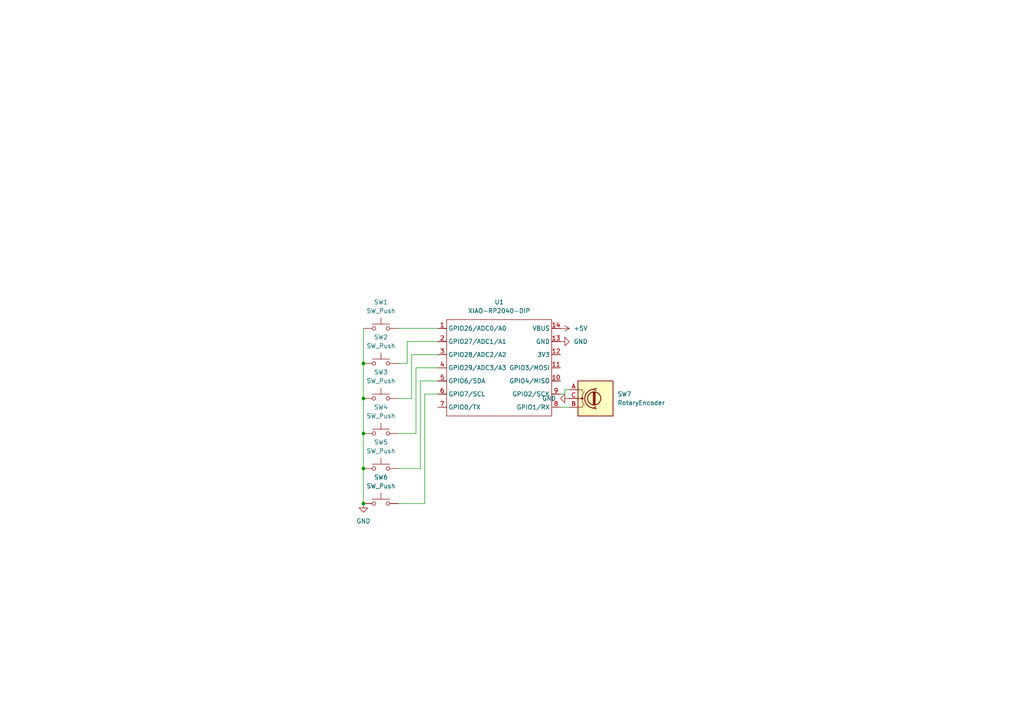
<source format=kicad_sch>
(kicad_sch (version 20250114) (generator "eeschema") (generator_version "9.0")
  (paper "A4")
  (lib_symbols
    (symbol "Device:RotaryEncoder" (pin_names (offset 0.254) (hide yes))
      (property "Reference" "SW" (at 0 6.604 0))
      (property "Value" "RotaryEncoder" (at 0 -6.604 0))
      (symbol "RotaryEncoder_0_1"
        (rectangle (start -5.08 5.08) (end 5.08 -5.08) (stroke (width 0.254)) (fill (type background)))
        (polyline (pts (xy -5.08 2.54) (xy -3.81 2.54) (xy -3.81 2.032)))
        (polyline (pts (xy -5.08 0) (xy -3.81 0) (xy -3.81 -1.016) (xy -3.302 -2.032)))
        (polyline (pts (xy -5.08 -2.54) (xy -3.81 -2.54) (xy -3.81 -2.032)))
        (polyline (pts (xy -4.318 0) (xy -3.81 0) (xy -3.81 1.016) (xy -3.302 2.032)))
        (circle (center -3.81 0) (radius 0.254) (fill (type outline)))
        (polyline (pts (xy -0.635 -1.778) (xy -0.635 1.778)) (stroke (width 0.254)))
        (circle (center -0.381 0) (radius 1.905) (stroke (width 0.254)))
        (polyline (pts (xy -0.381 -1.778) (xy -0.381 1.778)) (stroke (width 0.254)))
        (arc (start -0.381 -2.794) (mid -3.0988 -0.0635) (end -0.381 2.667) (stroke (width 0.254)))
        (polyline (pts (xy -0.127 1.778) (xy -0.127 -1.778)) (stroke (width 0.254)))
        (polyline (pts (xy 0.254 2.921) (xy -0.508 2.667) (xy 0.127 2.286)) (stroke (width 0.254)))
        (polyline (pts (xy 0.254 -3.048) (xy -0.508 -2.794) (xy 0.127 -2.413)) (stroke (width 0.254)))
      )
      (symbol "RotaryEncoder_1_1"
        (pin passive line (at -7.62 2.54 0) (length 2.54) (name "A") (number "A"))
        (pin passive line (at -7.62 0 0) (length 2.54) (name "C") (number "C"))
        (pin passive line (at -7.62 -2.54 0) (length 2.54) (name "B") (number "B"))
      )
    )
    (symbol "OPL:XIAO-RP2040-DIP"
      (property "Reference" "U" (at 0 0 0))
      (property "Value" "XIAO-RP2040-DIP" (at 5.334 -1.778 0))
      (symbol "XIAO-RP2040-DIP_1_0"
        (polyline (pts (xy -1.27 -2.54) (xy 29.21 -2.54)) (stroke (width 0.1524)))
        (polyline (pts (xy -1.27 -5.08) (xy -2.54 -5.08)) (stroke (width 0.1524)))
        (polyline (pts (xy -1.27 -5.08) (xy -1.27 -2.54)) (stroke (width 0.1524)))
        (polyline (pts (xy -1.27 -8.89) (xy -2.54 -8.89)) (stroke (width 0.1524)))
        (polyline (pts (xy -1.27 -8.89) (xy -1.27 -5.08)) (stroke (width 0.1524)))
        (polyline (pts (xy -1.27 -12.7) (xy -2.54 -12.7)) (stroke (width 0.1524)))
        (polyline (pts (xy -1.27 -12.7) (xy -1.27 -8.89)) (stroke (width 0.1524)))
        (polyline (pts (xy -1.27 -16.51) (xy -2.54 -16.51)) (stroke (width 0.1524)))
        (polyline (pts (xy -1.27 -16.51) (xy -1.27 -12.7)) (stroke (width 0.1524)))
        (polyline (pts (xy -1.27 -20.32) (xy -2.54 -20.32)) (stroke (width 0.1524)))
        (polyline (pts (xy -1.27 -24.13) (xy -2.54 -24.13)) (stroke (width 0.1524)))
        (polyline (pts (xy -1.27 -27.94) (xy -2.54 -27.94)) (stroke (width 0.1524)))
        (polyline (pts (xy -1.27 -30.48) (xy -1.27 -16.51)) (stroke (width 0.1524)))
        (polyline (pts (xy 29.21 -2.54) (xy 29.21 -5.08)) (stroke (width 0.1524)))
        (polyline (pts (xy 29.21 -5.08) (xy 29.21 -8.89)) (stroke (width 0.1524)))
        (polyline (pts (xy 29.21 -8.89) (xy 29.21 -12.7)) (stroke (width 0.1524)))
        (polyline (pts (xy 29.21 -12.7) (xy 29.21 -30.48)) (stroke (width 0.1524)))
        (polyline (pts (xy 29.21 -30.48) (xy -1.27 -30.48)) (stroke (width 0.1524)))
        (polyline (pts (xy 30.48 -5.08) (xy 29.21 -5.08)) (stroke (width 0.1524)))
        (polyline (pts (xy 30.48 -8.89) (xy 29.21 -8.89)) (stroke (width 0.1524)))
        (polyline (pts (xy 30.48 -12.7) (xy 29.21 -12.7)) (stroke (width 0.1524)))
        (polyline (pts (xy 30.48 -16.51) (xy 29.21 -16.51)) (stroke (width 0.1524)))
        (polyline (pts (xy 30.48 -20.32) (xy 29.21 -20.32)) (stroke (width 0.1524)))
        (polyline (pts (xy 30.48 -24.13) (xy 29.21 -24.13)) (stroke (width 0.1524)))
        (polyline (pts (xy 30.48 -27.94) (xy 29.21 -27.94)) (stroke (width 0.1524)))
        (pin passive line (at -3.81 -5.08 0) (length 2.54) (name "GPIO26/ADC0/A0") (number "1"))
        (pin passive line (at -3.81 -8.89 0) (length 2.54) (name "GPIO27/ADC1/A1") (number "2"))
        (pin passive line (at -3.81 -12.7 0) (length 2.54) (name "GPIO28/ADC2/A2") (number "3"))
        (pin passive line (at -3.81 -16.51 0) (length 2.54) (name "GPIO29/ADC3/A3") (number "4"))
        (pin passive line (at -3.81 -20.32 0) (length 2.54) (name "GPIO6/SDA") (number "5"))
        (pin passive line (at -3.81 -24.13 0) (length 2.54) (name "GPIO7/SCL") (number "6"))
        (pin passive line (at -3.81 -27.94 0) (length 2.54) (name "GPIO0/TX") (number "7"))
        (pin passive line (at 31.75 -5.08 180) (length 2.54) (name "VBUS") (number "14"))
        (pin passive line (at 31.75 -8.89 180) (length 2.54) (name "GND") (number "13"))
        (pin passive line (at 31.75 -12.7 180) (length 2.54) (name "3V3") (number "12"))
        (pin passive line (at 31.75 -16.51 180) (length 2.54) (name "GPIO3/MOSI") (number "11"))
        (pin passive line (at 31.75 -20.32 180) (length 2.54) (name "GPIO4/MISO") (number "10"))
        (pin passive line (at 31.75 -24.13 180) (length 2.54) (name "GPIO2/SCK") (number "9"))
        (pin passive line (at 31.75 -27.94 180) (length 2.54) (name "GPIO1/RX") (number "8"))
      )
    )
    (symbol "Switch:SW_Push" (pin_numbers (hide yes)) (pin_names (offset 1.016) (hide yes))
      (property "Reference" "SW" (at 1.27 2.54 0))
      (property "Value" "SW_Push" (at 0 -1.524 0))
      (symbol "SW_Push_0_1"
        (circle (center -2.032 0) (radius 0.508))
        (polyline (pts (xy 0 1.27) (xy 0 3.048)))
        (circle (center 2.032 0) (radius 0.508))
        (polyline (pts (xy 2.54 1.27) (xy -2.54 1.27)))
        (pin passive line (at -5.08 0 0) (length 2.54) (name "1") (number "1"))
        (pin passive line (at 5.08 0 180) (length 2.54) (name "2") (number "2"))
      )
    )
    (symbol "power:+5V" (power) (pin_numbers (hide yes)) (pin_names (offset 0) (hide yes))
      (property "Value" "+5V" (at 0 3.556 0))
      (symbol "+5V_0_1"
        (polyline (pts (xy -0.762 1.27) (xy 0 2.54)))
        (polyline (pts (xy 0 2.54) (xy 0.762 1.27)))
        (polyline (pts (xy 0 0) (xy 0 2.54)))
      )
      (symbol "+5V_1_1"
        (pin power_in line (at 0 0 90) (length 0) (name "~") (number "1"))
      )
    )
    (symbol "power:GND" (power) (pin_numbers (hide yes)) (pin_names (offset 0) (hide yes))
      (property "Value" "GND" (at 0 -3.81 0))
      (symbol "GND_0_1"
        (polyline (pts (xy 0 0) (xy 0 -1.27) (xy 1.27 -1.27) (xy 0 -2.54) (xy -1.27 -1.27) (xy 0 -1.27)))
      )
      (symbol "GND_1_1"
        (pin power_in line (at 0 0 270) (length 0) (name "~") (number "1"))
      )
    )
  )
  (junction (at 105.41 125.73))
  (junction (at 105.41 105.41))
  (junction (at 105.41 135.89))
  (junction (at 105.41 146.05))
  (junction (at 105.41 115.57))
  (wire (pts (xy 115.57 105.41) (xy 118.11 105.41)))
  (wire (pts (xy 115.57 115.57) (xy 119.38 115.57)))
  (wire (pts (xy 105.41 115.57) (xy 105.41 125.73)))
  (wire (pts (xy 105.41 135.89) (xy 105.41 146.05)))
  (wire (pts (xy 105.41 105.41) (xy 105.41 115.57)))
  (wire (pts (xy 115.57 95.25) (xy 127 95.25)))
  (wire (pts (xy 120.65 106.68) (xy 127 106.68)))
  (wire (pts (xy 162.56 118.11) (xy 165.1 118.11)))
  (wire (pts (xy 115.57 146.05) (xy 123.19 146.05)))
  (wire (pts (xy 119.38 102.87) (xy 127 102.87)))
  (wire (pts (xy 163.83 113.03) (xy 165.1 113.03)))
  (wire (pts (xy 105.41 95.25) (xy 105.41 105.41)))
  (wire (pts (xy 105.41 125.73) (xy 105.41 135.89)))
  (wire (pts (xy 118.11 99.06) (xy 127 99.06)))
  (wire (pts (xy 115.57 125.73) (xy 120.65 125.73)))
  (wire (pts (xy 119.38 115.57) (xy 119.38 102.87)))
  (wire (pts (xy 162.56 114.3) (xy 163.83 114.3)))
  (wire (pts (xy 121.92 135.89) (xy 121.92 110.49)))
  (wire (pts (xy 121.92 110.49) (xy 127 110.49)))
  (wire (pts (xy 123.19 146.05) (xy 123.19 114.3)))
  (wire (pts (xy 115.57 135.89) (xy 121.92 135.89)))
  (wire (pts (xy 123.19 114.3) (xy 127 114.3)))
  (wire (pts (xy 163.83 114.3) (xy 163.83 113.03)))
  (wire (pts (xy 118.11 105.41) (xy 118.11 99.06)))
  (wire (pts (xy 120.65 125.73) (xy 120.65 106.68)))
  (symbol (lib_id "Switch:SW_Push") (at 110.49 115.57 0) (unit 1)
    (property "Reference" "SW3" (at 110.49 107.95 0))
    (property "Value" "SW_Push" (at 110.49 110.49 0))
    (property "Footprint" "Button_Switch_Keyboard:SW_Cherry_MX_1.00u_PCB" (effects (hide yes)))
    (property "Description" "Push button switch, generic, two pins" (effects (hide yes)))
  )
  (symbol (lib_id "power:GND") (at 162.56 99.06 90) (unit 1)
    (property "Reference" "#PWR02" (effects (hide yes)))
    (property "Value" "GND" (at 166.37 99.0599 90) (effects (justify right)))
    (property "Description" "Power symbol creates a global label with name \"GND\" , ground" (effects (hide yes)))
  )
  (symbol (lib_id "Switch:SW_Push") (at 110.49 105.41 0) (unit 1)
    (property "Reference" "SW2" (at 110.49 97.79 0))
    (property "Value" "SW_Push" (at 110.49 100.33 0))
    (property "Footprint" "Button_Switch_Keyboard:SW_Cherry_MX_1.00u_PCB" (effects (hide yes)))
    (property "Description" "Push button switch, generic, two pins" (effects (hide yes)))
  )
  (symbol (lib_id "power:+5V") (at 162.56 95.25 270) (unit 1)
    (property "Reference" "#PWR03" (effects (hide yes)))
    (property "Value" "+5V" (at 166.37 95.2499 90) (effects (justify left)))
    (property "Description" "Power symbol creates a global label with name \"+5V\"" (effects (hide yes)))
  )
  (symbol (lib_id "Switch:SW_Push") (at 110.49 135.89 0) (unit 1)
    (property "Reference" "SW5" (at 110.49 128.27 0))
    (property "Value" "SW_Push" (at 110.49 130.81 0))
    (property "Footprint" "Button_Switch_Keyboard:SW_Cherry_MX_1.00u_PCB" (effects (hide yes)))
    (property "Description" "Push button switch, generic, two pins" (effects (hide yes)))
  )
  (symbol (lib_id "Device:RotaryEncoder") (at 172.72 115.57 0) (unit 1)
    (property "Reference" "SW7" (at 179.07 114.2999 0) (effects (justify left)))
    (property "Value" "RotaryEncoder" (at 179.07 116.8399 0) (effects (justify left)))
    (property "Footprint" "Rotary_Encoder:RotaryEncoder_Alps_EC11E-Switch_Vertical_H20mm_MountingHoles" (effects (hide yes)))
    (property "Description" "Rotary encoder, dual channel, incremental quadrate outputs" (effects (hide yes)))
  )
  (symbol (lib_id "Switch:SW_Push") (at 110.49 146.05 0) (unit 1)
    (property "Reference" "SW6" (at 110.49 138.43 0))
    (property "Value" "SW_Push" (at 110.49 140.97 0))
    (property "Footprint" "Button_Switch_Keyboard:SW_Cherry_MX_1.00u_PCB" (effects (hide yes)))
    (property "Description" "Push button switch, generic, two pins" (effects (hide yes)))
  )
  (symbol (lib_id "Switch:SW_Push") (at 110.49 125.73 0) (unit 1)
    (property "Reference" "SW4" (at 110.49 118.11 0))
    (property "Value" "SW_Push" (at 110.49 120.65 0))
    (property "Footprint" "Button_Switch_Keyboard:SW_Cherry_MX_1.00u_PCB" (effects (hide yes)))
    (property "Description" "Push button switch, generic, two pins" (effects (hide yes)))
  )
  (symbol (lib_id "Switch:SW_Push") (at 110.49 95.25 0) (unit 1)
    (property "Reference" "SW1" (at 110.49 87.63 0))
    (property "Value" "SW_Push" (at 110.49 90.17 0))
    (property "Footprint" "Button_Switch_Keyboard:SW_Cherry_MX_1.00u_PCB" (effects (hide yes)))
    (property "Description" "Push button switch, generic, two pins" (effects (hide yes)))
  )
  (symbol (lib_id "OPL:XIAO-RP2040-DIP") (at 130.81 90.17 0) (unit 1)
    (property "Reference" "U1" (at 144.78 87.63 0))
    (property "Value" "XIAO-RP2040-DIP" (at 144.78 90.17 0))
    (property "Footprint" "OPL:XIAO-RP2040-DIP" (effects (hide yes)))
  )
  (symbol (lib_id "power:GND") (at 165.1 115.57 270) (unit 1)
    (property "Reference" "#PWR04" (effects (hide yes)))
    (property "Value" "GND" (at 161.29 115.5699 90) (effects (justify right)))
    (property "Description" "Power symbol creates a global label with name \"GND\" , ground" (effects (hide yes)))
  )
  (symbol (lib_id "power:GND") (at 105.41 146.05 0) (unit 1)
    (property "Reference" "#PWR01" (effects (hide yes)))
    (property "Value" "GND" (at 105.41 151.13 0))
    (property "Description" "Power symbol creates a global label with name \"GND\" , ground" (effects (hide yes)))
  )
)
</source>
